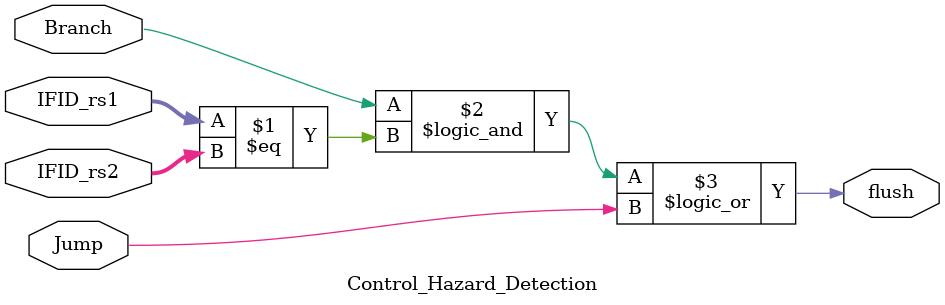
<source format=v>
`timescale 1ns/1ps

module Control_Hazard_Detection(
    input [4:0] IFID_rs1,
    input [4:0] IFID_rs2,
    input Branch,
    input Jump,
    output wire flush
);

    assign flush = ((Branch&&(IFID_rs1 == IFID_rs2)) || Jump) ;
     
endmodule
</source>
